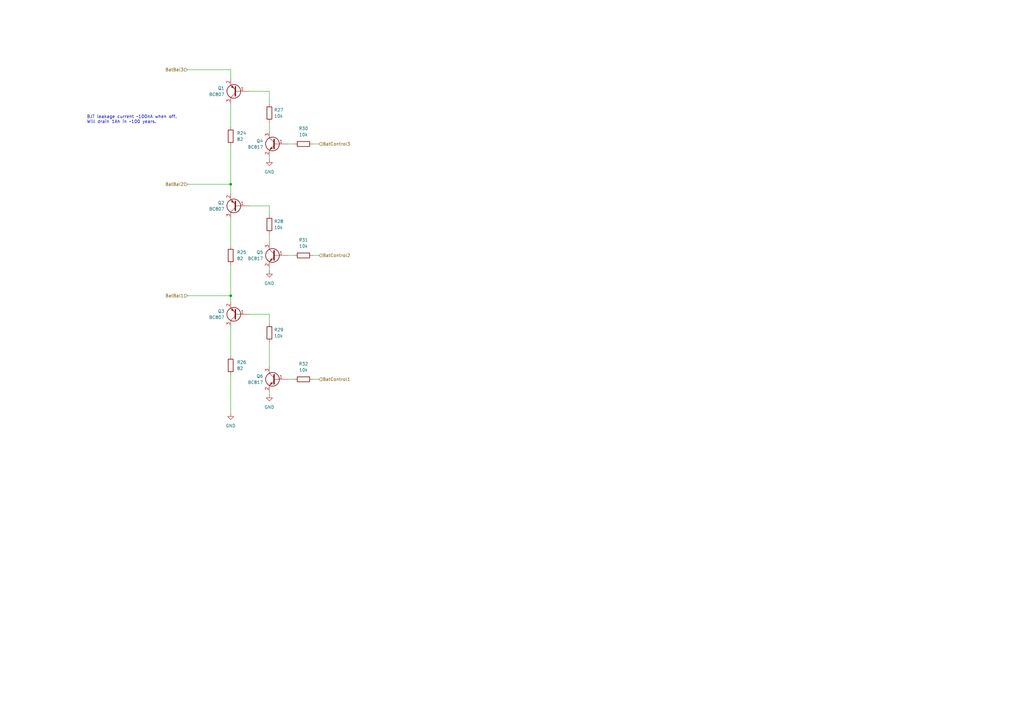
<source format=kicad_sch>
(kicad_sch (version 20231120) (generator "eeschema") (generator_version "8.0")
  (paper "A3")
  (lib_symbols
    (symbol "Device:R" (pin_numbers hide) (pin_names (offset 0))
      (property "Reference" "R" (at 2.032 0 90))
      (property "Value" "R" (at 0 0 90))
      (symbol "R_0_1"
        (rectangle (start -1.016 -2.54) (end 1.016 2.54) (stroke (width 0.254)))
      )
      (symbol "R_1_1"
        (pin passive line (at 0 3.81 270) (length 1.27) (name "~") (number "1"))
        (pin passive line (at 0 -3.81 90) (length 1.27) (name "~") (number "2"))
      )
    )
    (symbol "Transistor_BJT:BC807" (pin_names (offset 0) hide)
      (property "Reference" "Q" (at 5.08 1.905 0))
      (property "Value" "BC807" (at 5.08 0 0))
      (symbol "BC807_0_1"
        (polyline (pts (xy 0.635 0.635) (xy 2.54 2.54)))
        (polyline (pts (xy 0.635 -0.635) (xy 2.54 -2.54) (xy 2.54 -2.54)))
        (polyline (pts (xy 0.635 1.905) (xy 0.635 -1.905) (xy 0.635 -1.905)) (stroke (width 0.508)))
        (polyline (pts (xy 2.286 -1.778) (xy 1.778 -2.286) (xy 1.27 -1.27) (xy 2.286 -1.778) (xy 2.286 -1.778)) (fill (type outline)))
        (circle (center 1.27 0) (radius 2.8194) (stroke (width 0.254)))
      )
      (symbol "BC807_1_1"
        (pin input line (at -5.08 0 0) (length 5.715) (name "B") (number "1"))
        (pin passive line (at 2.54 -5.08 90) (length 2.54) (name "E") (number "2"))
        (pin passive line (at 2.54 5.08 270) (length 2.54) (name "C") (number "3"))
      )
    )
    (symbol "Transistor_BJT:BC817" (pin_names (offset 0) hide)
      (property "Reference" "Q" (at 5.08 1.905 0))
      (property "Value" "BC817" (at 5.08 0 0))
      (symbol "BC817_0_1"
        (polyline (pts (xy 0.635 0.635) (xy 2.54 2.54)))
        (polyline (pts (xy 0.635 -0.635) (xy 2.54 -2.54) (xy 2.54 -2.54)))
        (polyline (pts (xy 0.635 1.905) (xy 0.635 -1.905) (xy 0.635 -1.905)) (stroke (width 0.508)))
        (polyline (pts (xy 1.27 -1.778) (xy 1.778 -1.27) (xy 2.286 -2.286) (xy 1.27 -1.778) (xy 1.27 -1.778)) (fill (type outline)))
        (circle (center 1.27 0) (radius 2.8194) (stroke (width 0.254)))
      )
      (symbol "BC817_1_1"
        (pin input line (at -5.08 0 0) (length 5.715) (name "B") (number "1"))
        (pin passive line (at 2.54 -5.08 90) (length 2.54) (name "E") (number "2"))
        (pin passive line (at 2.54 5.08 270) (length 2.54) (name "C") (number "3"))
      )
    )
    (symbol "power:GND" (power) (pin_numbers hide) (pin_names (offset 0) hide)
      (property "Value" "GND" (at 0 -3.81 0))
      (symbol "GND_0_1"
        (polyline (pts (xy 0 0) (xy 0 -1.27) (xy 1.27 -1.27) (xy 0 -2.54) (xy -1.27 -1.27) (xy 0 -1.27)))
      )
      (symbol "GND_1_1"
        (pin power_in line (at 0 0 270) (length 0) (name "~") (number "1"))
      )
    )
  )
  (junction (at 94.615 75.565))
  (junction (at 94.615 121.285))
  (wire (pts (xy 110.49 95.885) (xy 110.49 99.695)))
  (wire (pts (xy 94.615 75.565) (xy 94.615 79.375)))
  (wire (pts (xy 110.49 50.165) (xy 110.49 53.975)))
  (wire (pts (xy 94.615 89.535) (xy 94.615 100.965)))
  (wire (pts (xy 94.615 133.985) (xy 94.615 146.05)))
  (wire (pts (xy 110.49 37.465) (xy 110.49 42.545)))
  (wire (pts (xy 128.27 104.775) (xy 130.81 104.775)))
  (wire (pts (xy 76.835 75.565) (xy 94.615 75.565)))
  (wire (pts (xy 110.49 84.455) (xy 102.235 84.455)))
  (wire (pts (xy 128.27 59.055) (xy 130.81 59.055)))
  (wire (pts (xy 94.615 28.575) (xy 94.615 32.385)))
  (wire (pts (xy 94.615 121.285) (xy 94.615 123.825)))
  (wire (pts (xy 94.615 153.67) (xy 94.615 169.545)))
  (wire (pts (xy 118.11 104.775) (xy 120.65 104.775)))
  (wire (pts (xy 110.49 160.655) (xy 110.49 161.925)))
  (wire (pts (xy 102.235 128.905) (xy 110.49 128.905)))
  (wire (pts (xy 76.835 121.285) (xy 94.615 121.285)))
  (wire (pts (xy 118.11 59.055) (xy 120.65 59.055)))
  (wire (pts (xy 76.835 28.575) (xy 94.615 28.575)))
  (wire (pts (xy 94.615 59.69) (xy 94.615 75.565)))
  (wire (pts (xy 110.49 88.265) (xy 110.49 84.455)))
  (wire (pts (xy 110.49 109.855) (xy 110.49 111.125)))
  (wire (pts (xy 110.49 140.335) (xy 110.49 150.495)))
  (wire (pts (xy 128.27 155.575) (xy 130.81 155.575)))
  (wire (pts (xy 94.615 42.545) (xy 94.615 52.07)))
  (wire (pts (xy 110.49 64.135) (xy 110.49 65.405)))
  (wire (pts (xy 102.235 37.465) (xy 110.49 37.465)))
  (wire (pts (xy 110.49 132.715) (xy 110.49 128.905)))
  (wire (pts (xy 94.615 108.585) (xy 94.615 121.285)))
  (wire (pts (xy 118.11 155.575) (xy 120.65 155.575)))
  (text "BJT leakage current ~100nA when off.\nWill drain 1Ah in ~100 years." (at 35.56 50.8 0) (effects (font (size 1.27 1.27)) (justify left bottom)))
  (hierarchical_label "BatBal1" (shape input) (at 76.835 121.285 180))
  (hierarchical_label "BatControl3" (shape input) (at 130.81 59.055 0))
  (hierarchical_label "BatControl1" (shape input) (at 130.81 155.575 0))
  (hierarchical_label "BatBal2" (shape input) (at 76.835 75.565 180))
  (hierarchical_label "BatControl2" (shape input) (at 130.81 104.775 0))
  (hierarchical_label "BatBal3" (shape input) (at 76.835 28.575 180))
  (symbol (lib_id "Device:R") (at 124.46 59.055 90) (unit 1)
    (property "Reference" "R30" (at 124.46 52.705 90))
    (property "Value" "10k" (at 124.46 55.245 90))
    (property "Footprint" "Resistor_SMD:R_0805_2012Metric_Pad1.20x1.40mm_HandSolder" (effects (hide yes)))
    (property "Description" "Resistor" (effects (hide yes)))
    (instances (project "WholeBMS1" (path "" (reference "R30") (unit 1))) (project "battery_balancing" (path "" (reference "R3") (unit 1))))
  )
  (symbol (lib_id "Transistor_BJT:BC807") (at 97.155 84.455 180) (unit 1)
    (property "Reference" "Q2" (at 92.075 83.185 0) (effects (justify left)))
    (property "Value" "BC807" (at 92.075 85.725 0) (effects (justify left)))
    (property "Footprint" "Package_TO_SOT_SMD:SOT-23" (effects (hide yes)))
    (property "Datasheet" "https://www.onsemi.com/pub/Collateral/BC808-D.pdf" (effects (hide yes)))
    (property "Description" "0.8A Ic, 45V Vce, PNP Transistor, SOT-23" (effects (hide yes)))
    (property "Order Code" "637-BC807-25" (effects (hide yes)))
    (property "Supplier" "Mouser" (effects (hide yes)))
    (instances (project "WholeBMS1" (path "" (reference "Q2") (unit 1))) (project "battery_balancing" (path "" (reference "Q1") (unit 1))))
  )
  (symbol (lib_id "Device:R") (at 124.46 155.575 90) (unit 1)
    (property "Reference" "R32" (at 124.46 149.225 90))
    (property "Value" "10k" (at 124.46 151.765 90))
    (property "Footprint" "Resistor_SMD:R_0805_2012Metric_Pad1.20x1.40mm_HandSolder" (effects (hide yes)))
    (property "Description" "Resistor" (effects (hide yes)))
    (instances (project "WholeBMS1" (path "" (reference "R32") (unit 1))) (project "battery_balancing" (path "" (reference "R9") (unit 1))))
  )
  (symbol (lib_id "Transistor_BJT:BC817") (at 113.03 59.055 0) (mirror y) (unit 1)
    (property "Reference" "Q4" (at 107.95 57.785 0) (effects (justify left)))
    (property "Value" "BC817" (at 107.95 60.325 0) (effects (justify left)))
    (property "Footprint" "Package_TO_SOT_SMD:SOT-23" (effects (hide yes)))
    (property "Datasheet" "https://www.onsemi.com/pub/Collateral/BC818-D.pdf" (effects (hide yes)))
    (property "Description" "0.8A Ic, 45V Vce, NPN Transistor, SOT-23" (effects (hide yes)))
    (property "Order Code" "637-BC817-40-Q" (effects (hide yes)))
    (property "Supplier" "Mouser" (effects (hide yes)))
    (instances (project "WholeBMS1" (path "" (reference "Q4") (unit 1))) (project "battery_balancing" (path "" (reference "Q8") (unit 1))))
  )
  (symbol (lib_id "Device:R") (at 94.615 149.86 0) (unit 1)
    (property "Reference" "R26" (at 97.155 148.59 0) (effects (justify left)))
    (property "Value" "82" (at 97.155 151.13 0) (effects (justify left)))
    (property "Footprint" "Resistor_SMD:R_0805_2012Metric_Pad1.20x1.40mm_HandSolder" (effects (hide yes)))
    (property "Description" "Resistor" (effects (hide yes)))
    (instances (project "WholeBMS1" (path "" (reference "R26") (unit 1))) (project "battery_balancing" (path "" (reference "R7") (unit 1))))
  )
  (symbol (lib_id "Transistor_BJT:BC807") (at 97.155 128.905 180) (unit 1)
    (property "Reference" "Q3" (at 92.075 127.635 0) (effects (justify left)))
    (property "Value" "BC807" (at 92.075 130.175 0) (effects (justify left)))
    (property "Footprint" "Package_TO_SOT_SMD:SOT-23" (effects (hide yes)))
    (property "Datasheet" "https://www.onsemi.com/pub/Collateral/BC808-D.pdf" (effects (hide yes)))
    (property "Description" "0.8A Ic, 45V Vce, PNP Transistor, SOT-23" (effects (hide yes)))
    (property "Order Code" "637-BC807-25" (effects (hide yes)))
    (property "Supplier" "Mouser" (effects (hide yes)))
    (instances (project "WholeBMS1" (path "" (reference "Q3") (unit 1))) (project "battery_balancing" (path "" (reference "Q2") (unit 1))))
  )
  (symbol (lib_id "Device:R") (at 94.615 104.775 0) (unit 1)
    (property "Reference" "R25" (at 97.155 103.505 0) (effects (justify left)))
    (property "Value" "82" (at 97.155 106.045 0) (effects (justify left)))
    (property "Footprint" "Resistor_SMD:R_0805_2012Metric_Pad1.20x1.40mm_HandSolder" (effects (hide yes)))
    (property "Description" "Resistor" (effects (hide yes)))
    (instances (project "WholeBMS1" (path "" (reference "R25") (unit 1))) (project "battery_balancing" (path "" (reference "R4") (unit 1))))
  )
  (symbol (lib_id "power:GND") (at 110.49 111.125 0) (unit 1)
    (property "Reference" "#PWR021" (effects (hide yes)))
    (property "Value" "GND" (at 110.49 116.205 0))
    (property "Description" "Power symbol creates a global label with name \"GND\" , ground" (effects (hide yes)))
    (instances (project "WholeBMS1" (path "" (reference "#PWR021") (unit 1))) (project "battery_balancing" (path "" (reference "#PWR01") (unit 1))))
  )
  (symbol (lib_id "Device:R") (at 110.49 136.525 180) (unit 1)
    (property "Reference" "R29" (at 112.395 135.255 0) (effects (justify right)))
    (property "Value" "10k" (at 112.395 137.795 0) (effects (justify right)))
    (property "Footprint" "Resistor_SMD:R_0805_2012Metric_Pad1.20x1.40mm_HandSolder" (effects (hide yes)))
    (property "Description" "Resistor" (effects (hide yes)))
    (instances (project "WholeBMS1" (path "" (reference "R29") (unit 1))) (project "battery_balancing" (path "" (reference "R8") (unit 1))))
  )
  (symbol (lib_id "power:GND") (at 94.615 169.545 0) (unit 1)
    (property "Reference" "#PWR019" (effects (hide yes)))
    (property "Value" "GND" (at 94.615 174.625 0))
    (property "Description" "Power symbol creates a global label with name \"GND\" , ground" (effects (hide yes)))
    (instances (project "WholeBMS1" (path "" (reference "#PWR019") (unit 1))) (project "battery_balancing" (path "" (reference "#PWR07") (unit 1))))
  )
  (symbol (lib_id "Device:R") (at 110.49 92.075 180) (unit 1)
    (property "Reference" "R28" (at 112.395 90.805 0) (effects (justify right)))
    (property "Value" "10k" (at 112.395 93.345 0) (effects (justify right)))
    (property "Footprint" "Resistor_SMD:R_0805_2012Metric_Pad1.20x1.40mm_HandSolder" (effects (hide yes)))
    (property "Description" "Resistor" (effects (hide yes)))
    (instances (project "WholeBMS1" (path "" (reference "R28") (unit 1))) (project "battery_balancing" (path "" (reference "R5") (unit 1))))
  )
  (symbol (lib_id "Device:R") (at 94.615 55.88 0) (unit 1)
    (property "Reference" "R24" (at 97.155 54.61 0) (effects (justify left)))
    (property "Value" "82" (at 97.155 57.15 0) (effects (justify left)))
    (property "Footprint" "Resistor_SMD:R_0805_2012Metric_Pad1.20x1.40mm_HandSolder" (effects (hide yes)))
    (property "Description" "Resistor" (effects (hide yes)))
    (instances (project "WholeBMS1" (path "" (reference "R24") (unit 1))) (project "battery_balancing" (path "" (reference "R2") (unit 1))))
  )
  (symbol (lib_id "Transistor_BJT:BC807") (at 97.155 37.465 180) (unit 1)
    (property "Reference" "Q1" (at 92.075 36.195 0) (effects (justify left)))
    (property "Value" "BC807" (at 92.075 38.735 0) (effects (justify left)))
    (property "Footprint" "Package_TO_SOT_SMD:SOT-23" (effects (hide yes)))
    (property "Datasheet" "https://www.onsemi.com/pub/Collateral/BC808-D.pdf" (effects (hide yes)))
    (property "Description" "0.8A Ic, 45V Vce, PNP Transistor, SOT-23" (effects (hide yes)))
    (property "Order Code" "637-BC807-25" (effects (hide yes)))
    (property "Supplier" "Mouser" (effects (hide yes)))
    (instances (project "WholeBMS1" (path "" (reference "Q1") (unit 1))) (project "battery_balancing" (path "" (reference "Q7") (unit 1))))
  )
  (symbol (lib_id "Transistor_BJT:BC817") (at 113.03 155.575 0) (mirror y) (unit 1)
    (property "Reference" "Q6" (at 107.95 154.305 0) (effects (justify left)))
    (property "Value" "BC817" (at 107.95 156.845 0) (effects (justify left)))
    (property "Footprint" "Package_TO_SOT_SMD:SOT-23" (effects (hide yes)))
    (property "Datasheet" "https://www.onsemi.com/pub/Collateral/BC818-D.pdf" (effects (hide yes)))
    (property "Description" "0.8A Ic, 45V Vce, NPN Transistor, SOT-23" (effects (hide yes)))
    (property "Order Code" "637-BC817-40-Q" (effects (hide yes)))
    (property "Supplier" "Mouser" (effects (hide yes)))
    (instances (project "WholeBMS1" (path "" (reference "Q6") (unit 1))) (project "battery_balancing" (path "" (reference "Q4") (unit 1))))
  )
  (symbol (lib_id "Device:R") (at 110.49 46.355 180) (unit 1)
    (property "Reference" "R27" (at 112.395 45.085 0) (effects (justify right)))
    (property "Value" "10k" (at 112.395 47.625 0) (effects (justify right)))
    (property "Footprint" "Resistor_SMD:R_0805_2012Metric_Pad1.20x1.40mm_HandSolder" (effects (hide yes)))
    (property "Description" "Resistor" (effects (hide yes)))
    (instances (project "WholeBMS1" (path "" (reference "R27") (unit 1))) (project "battery_balancing" (path "" (reference "R1") (unit 1))))
  )
  (symbol (lib_id "power:GND") (at 110.49 161.925 0) (unit 1)
    (property "Reference" "#PWR022" (effects (hide yes)))
    (property "Value" "GND" (at 110.49 167.005 0))
    (property "Description" "Power symbol creates a global label with name \"GND\" , ground" (effects (hide yes)))
    (instances (project "WholeBMS1" (path "" (reference "#PWR022") (unit 1))) (project "battery_balancing" (path "" (reference "#PWR05") (unit 1))))
  )
  (symbol (lib_id "Transistor_BJT:BC817") (at 113.03 104.775 0) (mirror y) (unit 1)
    (property "Reference" "Q5" (at 107.95 103.505 0) (effects (justify left)))
    (property "Value" "BC817" (at 107.95 106.045 0) (effects (justify left)))
    (property "Footprint" "Package_TO_SOT_SMD:SOT-23" (effects (hide yes)))
    (property "Datasheet" "https://www.onsemi.com/pub/Collateral/BC818-D.pdf" (effects (hide yes)))
    (property "Description" "0.8A Ic, 45V Vce, NPN Transistor, SOT-23" (effects (hide yes)))
    (property "Order Code" "637-BC817-40-Q" (effects (hide yes)))
    (property "Supplier" "Mouser" (effects (hide yes)))
    (instances (project "WholeBMS1" (path "" (reference "Q5") (unit 1))) (project "battery_balancing" (path "" (reference "Q3") (unit 1))))
  )
  (symbol (lib_id "power:GND") (at 110.49 65.405 0) (unit 1)
    (property "Reference" "#PWR020" (effects (hide yes)))
    (property "Value" "GND" (at 110.49 70.485 0))
    (property "Description" "Power symbol creates a global label with name \"GND\" , ground" (effects (hide yes)))
    (instances (project "WholeBMS1" (path "" (reference "#PWR020") (unit 1))) (project "battery_balancing" (path "" (reference "#PWR03") (unit 1))))
  )
  (symbol (lib_id "Device:R") (at 124.46 104.775 90) (unit 1)
    (property "Reference" "R31" (at 124.46 98.425 90))
    (property "Value" "10k" (at 124.46 100.965 90))
    (property "Footprint" "Resistor_SMD:R_0805_2012Metric_Pad1.20x1.40mm_HandSolder" (effects (hide yes)))
    (property "Description" "Resistor" (effects (hide yes)))
    (instances (project "WholeBMS1" (path "" (reference "R31") (unit 1))) (project "battery_balancing" (path "" (reference "R6") (unit 1))))
  )
)
</source>
